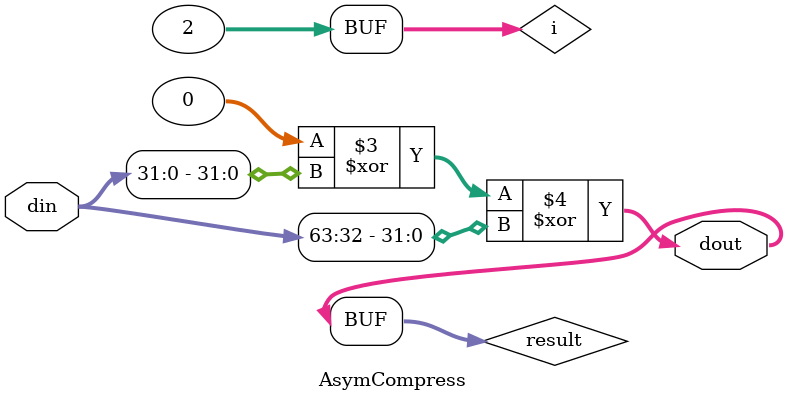
<source format=sv>
module AsymCompress #(IN_W=64, OUT_W=32) (
    input [IN_W-1:0] din,
    output [OUT_W-1:0] dout
);
reg [OUT_W-1:0] result;
integer i;

always @(*) begin
    result = 0;
    for(i=0; i<IN_W/OUT_W; i=i+1) begin
        result = result ^ din[i*OUT_W +: OUT_W];
    end
end

assign dout = result;
endmodule
</source>
